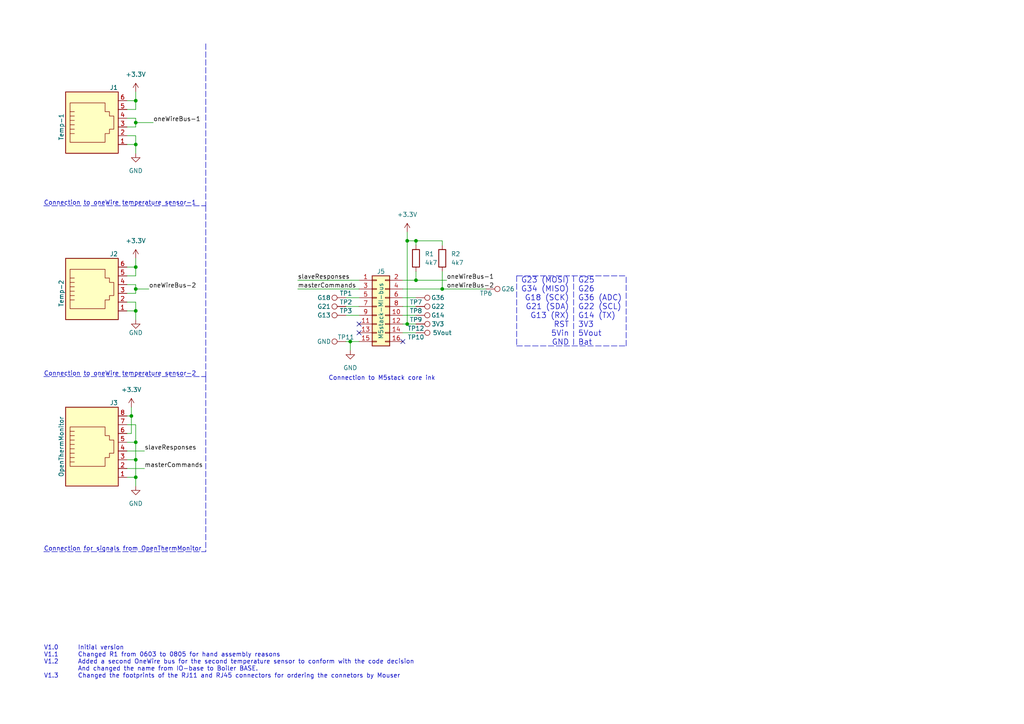
<source format=kicad_sch>
(kicad_sch (version 20231120) (generator "eeschema") (generator_version "8.0")
  (paper "A4")
  (title_block (title "Twomes Boiler BASE") (date "2022-11-17") (rev "1.3") (company "Research Group Energy Transistion. Windesheim university of applied sciences") (comment 1 "Author: Huub Buter") (comment 2 "Reviewed by: Kees Fokker, Mirjam van Wee and Marco Winkelman") (comment 3 "Licensend under: CERN-OHL-P v2"))
  (lib_symbols
    (symbol "Connector:6P6C" (pin_names (offset 1.016))
      (property "Reference" "J" (at -5.08 11.43 0))
      (property "Value" "6P6C" (at 2.54 11.43 0))
      (symbol "6P6C_0_1"
        (polyline (pts (xy -6.35 -1.905) (xy -5.08 -1.905) (xy -5.08 -1.905)))
        (polyline (pts (xy -6.35 -0.635) (xy -5.08 -0.635) (xy -5.08 -0.635)))
        (polyline (pts (xy -6.35 0.635) (xy -5.08 0.635) (xy -5.08 0.635)))
        (polyline (pts (xy -6.35 1.905) (xy -5.08 1.905) (xy -5.08 1.905)))
        (polyline (pts (xy -6.35 3.175) (xy -5.08 3.175) (xy -5.08 3.175)))
        (polyline (pts (xy -5.08 4.445) (xy -6.35 4.445) (xy -6.35 4.445)))
        (polyline (pts (xy -6.35 -4.445) (xy -6.35 6.985) (xy 3.81 6.985) (xy 3.81 4.445) (xy 5.08 4.445) (xy 5.08 3.175) (xy 6.35 3.175) (xy 6.35 -0.635) (xy 5.08 -0.635) (xy 5.08 -1.905) (xy 3.81 -1.905) (xy 3.81 -4.445) (xy -6.35 -4.445) (xy -6.35 -4.445)))
        (rectangle (start 7.62 10.16) (end -7.62 -7.62) (stroke (width 0.254)) (fill (type background)))
      )
      (symbol "6P6C_1_1"
        (pin passive line (at 10.16 -5.08 180) (length 2.54) (name "~") (number "1"))
        (pin passive line (at 10.16 -2.54 180) (length 2.54) (name "~") (number "2"))
        (pin passive line (at 10.16 0 180) (length 2.54) (name "~") (number "3"))
        (pin passive line (at 10.16 2.54 180) (length 2.54) (name "~") (number "4"))
        (pin passive line (at 10.16 5.08 180) (length 2.54) (name "~") (number "5"))
        (pin passive line (at 10.16 7.62 180) (length 2.54) (name "~") (number "6"))
      )
    )
    (symbol "Connector:RJ45" (pin_names (offset 1.016))
      (property "Reference" "J" (at -5.08 13.97 0))
      (property "Value" "RJ45" (at 2.54 13.97 0))
      (symbol "RJ45_0_1"
        (polyline (pts (xy -5.08 4.445) (xy -6.35 4.445)))
        (polyline (pts (xy -5.08 5.715) (xy -6.35 5.715)))
        (polyline (pts (xy -6.35 -3.175) (xy -5.08 -3.175) (xy -5.08 -3.175)))
        (polyline (pts (xy -6.35 -1.905) (xy -5.08 -1.905) (xy -5.08 -1.905)))
        (polyline (pts (xy -6.35 -0.635) (xy -5.08 -0.635) (xy -5.08 -0.635)))
        (polyline (pts (xy -6.35 0.635) (xy -5.08 0.635) (xy -5.08 0.635)))
        (polyline (pts (xy -6.35 1.905) (xy -5.08 1.905) (xy -5.08 1.905)))
        (polyline (pts (xy -5.08 3.175) (xy -6.35 3.175) (xy -6.35 3.175)))
        (polyline (pts (xy -6.35 -4.445) (xy -6.35 6.985) (xy 3.81 6.985) (xy 3.81 4.445) (xy 5.08 4.445) (xy 5.08 3.175) (xy 6.35 3.175) (xy 6.35 -0.635) (xy 5.08 -0.635) (xy 5.08 -1.905) (xy 3.81 -1.905) (xy 3.81 -4.445) (xy -6.35 -4.445) (xy -6.35 -4.445)))
        (rectangle (start 7.62 12.7) (end -7.62 -10.16) (stroke (width 0.254)) (fill (type background)))
      )
      (symbol "RJ45_1_1"
        (pin passive line (at 10.16 -7.62 180) (length 2.54) (name "~") (number "1"))
        (pin passive line (at 10.16 -5.08 180) (length 2.54) (name "~") (number "2"))
        (pin passive line (at 10.16 -2.54 180) (length 2.54) (name "~") (number "3"))
        (pin passive line (at 10.16 0 180) (length 2.54) (name "~") (number "4"))
        (pin passive line (at 10.16 2.54 180) (length 2.54) (name "~") (number "5"))
        (pin passive line (at 10.16 5.08 180) (length 2.54) (name "~") (number "6"))
        (pin passive line (at 10.16 7.62 180) (length 2.54) (name "~") (number "7"))
        (pin passive line (at 10.16 10.16 180) (length 2.54) (name "~") (number "8"))
      )
    )
    (symbol "Connector:TestPoint" (pin_numbers hide) (pin_names (offset 0.762) hide)
      (property "Reference" "TP" (at 0 6.858 0))
      (property "Value" "TestPoint" (at 0 5.08 0))
      (symbol "TestPoint_0_1"
        (circle (center 0 3.302) (radius 0.762))
      )
      (symbol "TestPoint_1_1"
        (pin passive line (at 0 0 90) (length 2.54) (name "1") (number "1"))
      )
    )
    (symbol "Connector_Generic:Conn_02x08_Odd_Even" (pin_names (offset 1.016) hide)
      (property "Reference" "J" (at 1.27 10.16 0))
      (property "Value" "Conn_02x08_Odd_Even" (at 1.27 -12.7 0))
      (symbol "Conn_02x08_Odd_Even_1_1"
        (rectangle (start -1.27 -10.033) (end 0 -10.287) (stroke (width 0.1524)))
        (rectangle (start -1.27 -7.493) (end 0 -7.747) (stroke (width 0.1524)))
        (rectangle (start -1.27 -4.953) (end 0 -5.207) (stroke (width 0.1524)))
        (rectangle (start -1.27 -2.413) (end 0 -2.667) (stroke (width 0.1524)))
        (rectangle (start -1.27 0.127) (end 0 -0.127) (stroke (width 0.1524)))
        (rectangle (start -1.27 2.667) (end 0 2.413) (stroke (width 0.1524)))
        (rectangle (start -1.27 5.207) (end 0 4.953) (stroke (width 0.1524)))
        (rectangle (start -1.27 7.747) (end 0 7.493) (stroke (width 0.1524)))
        (rectangle (start -1.27 8.89) (end 3.81 -11.43) (stroke (width 0.254)) (fill (type background)))
        (rectangle (start 3.81 -10.033) (end 2.54 -10.287) (stroke (width 0.1524)))
        (rectangle (start 3.81 -7.493) (end 2.54 -7.747) (stroke (width 0.1524)))
        (rectangle (start 3.81 -4.953) (end 2.54 -5.207) (stroke (width 0.1524)))
        (rectangle (start 3.81 -2.413) (end 2.54 -2.667) (stroke (width 0.1524)))
        (rectangle (start 3.81 0.127) (end 2.54 -0.127) (stroke (width 0.1524)))
        (rectangle (start 3.81 2.667) (end 2.54 2.413) (stroke (width 0.1524)))
        (rectangle (start 3.81 5.207) (end 2.54 4.953) (stroke (width 0.1524)))
        (rectangle (start 3.81 7.747) (end 2.54 7.493) (stroke (width 0.1524)))
        (pin passive line (at -5.08 7.62 0) (length 3.81) (name "Pin_1") (number "1"))
        (pin passive line (at 7.62 -2.54 180) (length 3.81) (name "Pin_10") (number "10"))
        (pin passive line (at -5.08 -5.08 0) (length 3.81) (name "Pin_11") (number "11"))
        (pin passive line (at 7.62 -5.08 180) (length 3.81) (name "Pin_12") (number "12"))
        (pin passive line (at -5.08 -7.62 0) (length 3.81) (name "Pin_13") (number "13"))
        (pin passive line (at 7.62 -7.62 180) (length 3.81) (name "Pin_14") (number "14"))
        (pin passive line (at -5.08 -10.16 0) (length 3.81) (name "Pin_15") (number "15"))
        (pin passive line (at 7.62 -10.16 180) (length 3.81) (name "Pin_16") (number "16"))
        (pin passive line (at 7.62 7.62 180) (length 3.81) (name "Pin_2") (number "2"))
        (pin passive line (at -5.08 5.08 0) (length 3.81) (name "Pin_3") (number "3"))
        (pin passive line (at 7.62 5.08 180) (length 3.81) (name "Pin_4") (number "4"))
        (pin passive line (at -5.08 2.54 0) (length 3.81) (name "Pin_5") (number "5"))
        (pin passive line (at 7.62 2.54 180) (length 3.81) (name "Pin_6") (number "6"))
        (pin passive line (at -5.08 0 0) (length 3.81) (name "Pin_7") (number "7"))
        (pin passive line (at 7.62 0 180) (length 3.81) (name "Pin_8") (number "8"))
        (pin passive line (at -5.08 -2.54 0) (length 3.81) (name "Pin_9") (number "9"))
      )
    )
    (symbol "Device:R" (pin_numbers hide) (pin_names (offset 0))
      (property "Reference" "R" (at 2.032 0 90))
      (property "Value" "R" (at 0 0 90))
      (symbol "R_0_1"
        (rectangle (start -1.016 -2.54) (end 1.016 2.54) (stroke (width 0.254)))
      )
      (symbol "R_1_1"
        (pin passive line (at 0 3.81 270) (length 1.27) (name "~") (number "1"))
        (pin passive line (at 0 -3.81 90) (length 1.27) (name "~") (number "2"))
      )
    )
    (symbol "power:+3.3V" (power) (pin_names (offset 0))
      (property "Value" "+3.3V" (at 0 3.556 0))
      (symbol "+3.3V_0_1"
        (polyline (pts (xy -0.762 1.27) (xy 0 2.54)))
        (polyline (pts (xy 0 0) (xy 0 2.54)))
        (polyline (pts (xy 0 2.54) (xy 0.762 1.27)))
      )
      (symbol "+3.3V_1_1"
        (pin power_in line (at 0 0 90) (length 0) hide (name "+3.3V") (number "1"))
      )
    )
    (symbol "power:GND" (power) (pin_names (offset 0))
      (property "Value" "GND" (at 0 -3.81 0))
      (symbol "GND_0_1"
        (polyline (pts (xy 0 0) (xy 0 -1.27) (xy 1.27 -1.27) (xy 0 -2.54) (xy -1.27 -1.27) (xy 0 -1.27)))
      )
      (symbol "GND_1_1"
        (pin power_in line (at 0 0 270) (length 0) hide (name "GND") (number "1"))
      )
    )
  )
  (junction (at 101.6 99.06))
  (junction (at 39.37 35.56))
  (junction (at 39.37 83.82))
  (junction (at 39.37 128.27))
  (junction (at 39.37 138.43))
  (junction (at 120.65 81.28))
  (junction (at 39.37 77.47))
  (junction (at 39.37 29.21))
  (junction (at 38.1 120.65))
  (junction (at 39.37 90.17))
  (junction (at 120.65 69.85))
  (junction (at 39.37 133.35))
  (junction (at 39.37 41.91))
  (junction (at 118.11 69.85))
  (junction (at 118.11 93.98))
  (junction (at 128.27 83.82))
  (no_connect (at 104.14 93.98))
  (no_connect (at 116.84 99.06))
  (no_connect (at 104.14 96.52))
  (wire (pts (xy 100.33 86.36) (xy 104.14 86.36)))
  (polyline (pts (xy 12.7 160.02) (xy 59.69 160.02)) (stroke (width 0) (type dash)))
  (wire (pts (xy 39.37 26.67) (xy 39.37 29.21)))
  (wire (pts (xy 36.83 125.73) (xy 38.1 125.73)))
  (wire (pts (xy 128.27 78.74) (xy 128.27 83.82)))
  (wire (pts (xy 39.37 41.91) (xy 39.37 44.45)))
  (wire (pts (xy 116.84 83.82) (xy 128.27 83.82)))
  (wire (pts (xy 118.11 69.85) (xy 118.11 93.98)))
  (wire (pts (xy 36.83 90.17) (xy 39.37 90.17)))
  (polyline (pts (xy 166.37 80.01) (xy 166.37 100.33)) (stroke (width 0) (type dash)))
  (wire (pts (xy 38.1 120.65) (xy 38.1 125.73)))
  (wire (pts (xy 86.36 83.82) (xy 104.14 83.82)))
  (wire (pts (xy 39.37 34.29) (xy 39.37 35.56)))
  (polyline (pts (xy 59.69 59.69) (xy 59.69 109.22)) (stroke (width 0) (type dash)))
  (wire (pts (xy 39.37 80.01) (xy 36.83 80.01)))
  (polyline (pts (xy 149.86 80.01) (xy 149.86 100.33)) (stroke (width 0) (type dash)))
  (wire (pts (xy 39.37 87.63) (xy 39.37 90.17)))
  (wire (pts (xy 36.83 29.21) (xy 39.37 29.21)))
  (wire (pts (xy 116.84 93.98) (xy 118.11 93.98)))
  (wire (pts (xy 39.37 35.56) (xy 39.37 36.83)))
  (polyline (pts (xy 12.7 109.22) (xy 59.69 109.22)) (stroke (width 0) (type dash)))
  (wire (pts (xy 120.65 86.36) (xy 116.84 86.36)))
  (polyline (pts (xy 59.69 12.7) (xy 59.69 59.69)) (stroke (width 0) (type dash)))
  (wire (pts (xy 100.33 88.9) (xy 104.14 88.9)))
  (wire (pts (xy 36.83 138.43) (xy 39.37 138.43)))
  (wire (pts (xy 36.83 135.89) (xy 41.91 135.89)))
  (wire (pts (xy 39.37 77.47) (xy 39.37 80.01)))
  (wire (pts (xy 36.83 87.63) (xy 39.37 87.63)))
  (wire (pts (xy 36.83 77.47) (xy 39.37 77.47)))
  (wire (pts (xy 36.83 130.81) (xy 41.91 130.81)))
  (wire (pts (xy 36.83 41.91) (xy 39.37 41.91)))
  (wire (pts (xy 120.65 69.85) (xy 128.27 69.85)))
  (wire (pts (xy 39.37 35.56) (xy 44.45 35.56)))
  (wire (pts (xy 39.37 90.17) (xy 39.37 92.71)))
  (wire (pts (xy 39.37 83.82) (xy 39.37 85.09)))
  (wire (pts (xy 101.6 99.06) (xy 104.14 99.06)))
  (wire (pts (xy 36.83 85.09) (xy 39.37 85.09)))
  (wire (pts (xy 39.37 31.75) (xy 39.37 29.21)))
  (wire (pts (xy 128.27 83.82) (xy 140.97 83.82)))
  (wire (pts (xy 36.83 123.19) (xy 39.37 123.19)))
  (wire (pts (xy 39.37 128.27) (xy 39.37 133.35)))
  (wire (pts (xy 120.65 91.44) (xy 116.84 91.44)))
  (polyline (pts (xy 181.61 100.33) (xy 181.61 80.01)) (stroke (width 0) (type dash)))
  (wire (pts (xy 39.37 83.82) (xy 43.18 83.82)))
  (wire (pts (xy 101.6 99.06) (xy 101.6 101.6)))
  (polyline (pts (xy 149.86 100.33) (xy 181.61 100.33)) (stroke (width 0) (type dash)))
  (wire (pts (xy 100.33 99.06) (xy 101.6 99.06)))
  (wire (pts (xy 39.37 133.35) (xy 39.37 138.43)))
  (wire (pts (xy 120.65 81.28) (xy 129.54 81.28)))
  (wire (pts (xy 36.83 128.27) (xy 39.37 128.27)))
  (wire (pts (xy 118.11 69.85) (xy 120.65 69.85)))
  (wire (pts (xy 39.37 138.43) (xy 39.37 140.97)))
  (wire (pts (xy 36.83 82.55) (xy 39.37 82.55)))
  (wire (pts (xy 36.83 39.37) (xy 39.37 39.37)))
  (polyline (pts (xy 59.69 109.22) (xy 59.69 160.02)) (stroke (width 0) (type dash)))
  (wire (pts (xy 36.83 31.75) (xy 39.37 31.75)))
  (wire (pts (xy 120.65 78.74) (xy 120.65 81.28)))
  (wire (pts (xy 118.11 67.31) (xy 118.11 69.85)))
  (polyline (pts (xy 12.7 59.69) (xy 59.69 59.69)) (stroke (width 0) (type dash)))
  (wire (pts (xy 39.37 82.55) (xy 39.37 83.82)))
  (wire (pts (xy 100.33 91.44) (xy 104.14 91.44)))
  (wire (pts (xy 120.65 88.9) (xy 116.84 88.9)))
  (wire (pts (xy 120.65 93.98) (xy 118.11 93.98)))
  (wire (pts (xy 38.1 118.11) (xy 38.1 120.65)))
  (wire (pts (xy 39.37 74.93) (xy 39.37 77.47)))
  (wire (pts (xy 39.37 123.19) (xy 39.37 128.27)))
  (wire (pts (xy 39.37 39.37) (xy 39.37 41.91)))
  (wire (pts (xy 36.83 133.35) (xy 39.37 133.35)))
  (wire (pts (xy 128.27 69.85) (xy 128.27 71.12)))
  (wire (pts (xy 120.65 81.28) (xy 116.84 81.28)))
  (wire (pts (xy 36.83 34.29) (xy 39.37 34.29)))
  (wire (pts (xy 86.36 81.28) (xy 104.14 81.28)))
  (polyline (pts (xy 149.86 80.01) (xy 181.61 80.01)) (stroke (width 0) (type dash)))
  (wire (pts (xy 36.83 120.65) (xy 38.1 120.65)))
  (wire (pts (xy 36.83 36.83) (xy 39.37 36.83)))
  (wire (pts (xy 120.65 96.52) (xy 116.84 96.52)))
  (wire (pts (xy 120.65 71.12) (xy 120.65 69.85)))
  (text "Connection to M5stack core ink" (at 95.25 110.49 0) (effects (font (size 1.27 1.27)) (justify left bottom)))
  (text "G25\nG26\nG36 (ADC)\nG22 (SCL)\nG14 (TX)\n3V3\n5Vout\nBat" (at 167.64 100.33 0) (effects (font (size 1.6 1.6)) (justify left bottom)))
  (text "Connection for signals from OpenThermMonitor" (at 12.7 160.02 0) (effects (font (size 1.27 1.27)) (justify left bottom)))
  (text "G23 (MOSI)\nG34 (MISO)\nG18 (SCK)\nG21 (SDA)\nG13 (RX)\nRST\n5Vin\nGND" (at 165.1 100.33 0) (effects (font (size 1.6 1.6)) (justify right bottom)))
  (text "V1.0 	Initial version\nV1.1 	Changed R1 from 0603 to 0805 for hand assembly reasons\nV1.2 	Added a second OneWire bus for the second temperature sensor to conform with the code decision\n		And changed the name from IO-base to Boiler BASE.\nV1.3	Changed the footprints of the RJ11 and RJ45 connectors for ordering the connetors by Mouser " (at 12.7 196.85 0) (effects (font (size 1.27 1.27)) (justify left bottom)))
  (text "Connection to oneWire temperature sensor-2\n" (at 12.7 109.22 0) (effects (font (size 1.27 1.27)) (justify left bottom)))
  (text "Connection to oneWire temperature sensor-1" (at 12.7 59.69 0) (effects (font (size 1.27 1.27)) (justify left bottom)))
  (label "slaveResponses" (at 86.36 81.28 0))
  (label "oneWireBus-1" (at 44.45 35.56 0))
  (label "masterCommands" (at 41.91 135.89 0))
  (label "oneWireBus-2" (at 129.54 83.82 0))
  (label "oneWireBus-2" (at 43.18 83.82 0))
  (label "masterCommands" (at 86.36 83.82 0))
  (label "slaveResponses" (at 41.91 130.81 0))
  (label "oneWireBus-1" (at 129.54 81.28 0))
  (symbol (lib_id "power:+3.3V") (at 39.37 26.67 0) (unit 1)
    (property "Reference" "#PWR0102" (effects (hide yes)))
    (property "Value" "+3.3V" (at 39.37 21.59 0))
  )
  (symbol (lib_id "Connector:TestPoint") (at 140.97 83.82 270) (unit 1)
    (property "Reference" "TP6" (at 140.97 85.09 90))
    (property "Value" "G26" (at 147.32 83.82 90))
    (property "Footprint" "TestPoint:TestPoint_Pad_3.0x3.0mm" (effects (hide yes)))
  )
  (symbol (lib_id "Connector:6P6C") (at 26.67 36.83 0) (unit 1)
    (property "Reference" "J1" (at 33.02 25.4 0))
    (property "Value" "Temp-1" (at 17.78 36.83 90))
    (property "Footprint" "IO-base:RJ11 Stewart SS90000003" (effects (hide yes)))
  )
  (symbol (lib_id "Connector:TestPoint") (at 100.33 99.06 90) (unit 1)
    (property "Reference" "TP11" (at 100.33 97.79 90))
    (property "Value" "GND" (at 93.98 99.06 90))
    (property "Footprint" "TestPoint:TestPoint_Pad_3.0x3.0mm" (effects (hide yes)))
  )
  (symbol (lib_id "Connector_Generic:Conn_02x08_Odd_Even") (at 109.22 88.9 0) (unit 1)
    (property "Reference" "J5" (at 110.49 78.74 0))
    (property "Value" "M5stack-MI-bus" (at 110.49 90.17 90))
    (property "Footprint" "Connector_PinHeader_2.54mm:PinHeader_2x08_P2.54mm_Vertical" (effects (hide yes)))
  )
  (symbol (lib_id "power:GND") (at 39.37 44.45 0) (unit 1)
    (property "Reference" "#PWR0101" (effects (hide yes)))
    (property "Value" "GND" (at 39.37 49.53 0))
  )
  (symbol (lib_id "power:+3.3V") (at 38.1 118.11 0) (unit 1)
    (property "Reference" "#PWR0107" (effects (hide yes)))
    (property "Value" "+3.3V" (at 38.1 113.03 0))
  )
  (symbol (lib_id "Connector:TestPoint") (at 120.65 96.52 270) (unit 1)
    (property "Reference" "TP10" (at 120.65 97.79 90))
    (property "Value" "5Vout" (at 128.27 96.52 90))
    (property "Footprint" "TestPoint:TestPoint_Pad_3.0x3.0mm" (effects (hide yes)))
  )
  (symbol (lib_id "Connector:TestPoint") (at 120.65 91.44 270) (unit 1)
    (property "Reference" "TP9" (at 120.65 92.71 90))
    (property "Value" "G14" (at 127 91.44 90))
    (property "Footprint" "TestPoint:TestPoint_Pad_3.0x3.0mm" (effects (hide yes)))
  )
  (symbol (lib_id "Connector:RJ45") (at 26.67 130.81 0) (unit 1)
    (property "Reference" "J3" (at 33.02 116.84 0))
    (property "Value" "OpenThermMonitor" (at 17.78 129.54 90))
    (property "Footprint" "IO-base:RJ45 Stewart SS90000001" (effects (hide yes)))
  )
  (symbol (lib_id "Connector:TestPoint") (at 100.33 86.36 90) (unit 1)
    (property "Reference" "TP1" (at 100.33 85.09 90))
    (property "Value" "G18" (at 93.98 86.36 90))
    (property "Footprint" "TestPoint:TestPoint_Pad_3.0x3.0mm" (effects (hide yes)))
  )
  (symbol (lib_id "power:GND") (at 39.37 92.71 0) (unit 1)
    (property "Reference" "#PWR0104" (effects (hide yes)))
    (property "Value" "GND" (at 39.37 96.52 0))
  )
  (symbol (lib_id "Connector:TestPoint") (at 120.65 93.98 270) (unit 1)
    (property "Reference" "TP12" (at 120.65 95.25 90))
    (property "Value" "3V3" (at 127 93.98 90))
    (property "Footprint" "TestPoint:TestPoint_Pad_3.0x3.0mm" (effects (hide yes)))
  )
  (symbol (lib_id "Connector:TestPoint") (at 120.65 88.9 270) (unit 1)
    (property "Reference" "TP8" (at 120.65 90.17 90))
    (property "Value" "G22" (at 127 88.9 90))
    (property "Footprint" "TestPoint:TestPoint_Pad_3.0x3.0mm" (effects (hide yes)))
  )
  (symbol (lib_id "Connector:TestPoint") (at 100.33 88.9 90) (unit 1)
    (property "Reference" "TP2" (at 100.33 87.63 90))
    (property "Value" "G21" (at 93.98 88.9 90))
    (property "Footprint" "TestPoint:TestPoint_Pad_3.0x3.0mm" (effects (hide yes)))
  )
  (symbol (lib_id "Connector:TestPoint") (at 120.65 86.36 270) (unit 1)
    (property "Reference" "TP7" (at 120.65 87.63 90))
    (property "Value" "G36" (at 127 86.36 90))
    (property "Footprint" "TestPoint:TestPoint_Pad_3.0x3.0mm" (effects (hide yes)))
  )
  (symbol (lib_id "power:+3.3V") (at 118.11 67.31 0) (unit 1)
    (property "Reference" "#PWR0105" (effects (hide yes)))
    (property "Value" "+3.3V" (at 118.11 62.23 0))
  )
  (symbol (lib_id "power:GND") (at 39.37 140.97 0) (unit 1)
    (property "Reference" "#PWR0108" (effects (hide yes)))
    (property "Value" "GND" (at 39.37 146.05 0))
  )
  (symbol (lib_id "Connector:TestPoint") (at 100.33 91.44 90) (unit 1)
    (property "Reference" "TP3" (at 100.33 90.17 90))
    (property "Value" "G13" (at 93.98 91.44 90))
    (property "Footprint" "TestPoint:TestPoint_Pad_3.0x3.0mm" (effects (hide yes)))
  )
  (symbol (lib_id "Connector:6P6C") (at 26.67 85.09 0) (unit 1)
    (property "Reference" "J2" (at 33.02 73.66 0))
    (property "Value" "Temp-2" (at 17.78 85.09 90))
    (property "Footprint" "IO-base:RJ11 Stewart SS90000003" (effects (hide yes)))
  )
  (symbol (lib_id "Device:R") (at 128.27 74.93 0) (unit 1)
    (property "Reference" "R2" (at 130.81 73.6599 0) (effects (justify left)))
    (property "Value" "4k7" (at 130.81 76.1999 0) (effects (justify left)))
    (property "Footprint" "Resistor_SMD:R_0805_2012Metric_Pad1.20x1.40mm_HandSolder" (effects (hide yes)))
  )
  (symbol (lib_id "power:+3.3V") (at 39.37 74.93 0) (unit 1)
    (property "Reference" "#PWR0103" (effects (hide yes)))
    (property "Value" "+3.3V" (at 39.37 69.85 0))
  )
  (symbol (lib_id "power:GND") (at 101.6 101.6 0) (unit 1)
    (property "Reference" "#PWR0106" (effects (hide yes)))
    (property "Value" "GND" (at 101.6 106.68 0))
  )
  (symbol (lib_id "Device:R") (at 120.65 74.93 0) (unit 1)
    (property "Reference" "R1" (at 123.19 73.6599 0) (effects (justify left)))
    (property "Value" "4k7" (at 123.19 76.1999 0) (effects (justify left)))
    (property "Footprint" "Resistor_SMD:R_0805_2012Metric_Pad1.20x1.40mm_HandSolder" (effects (hide yes)))
  )
)
</source>
